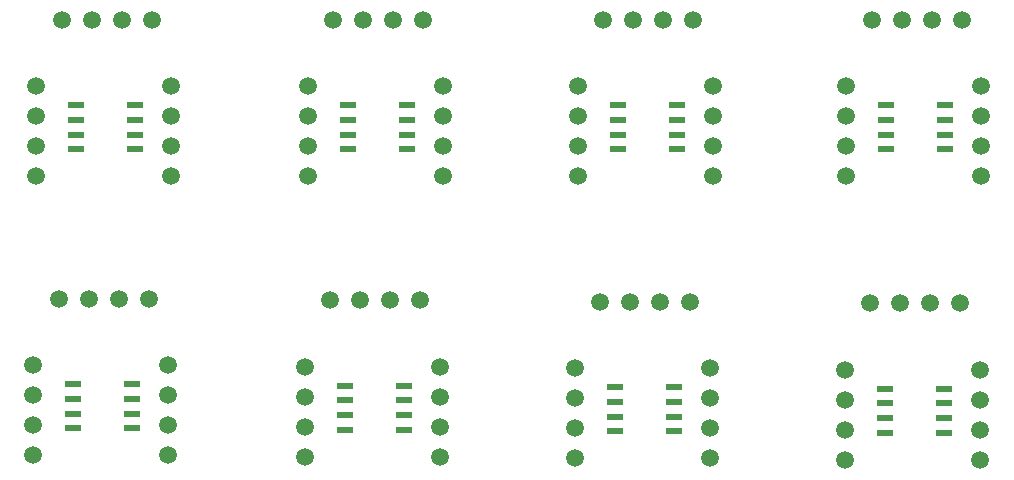
<source format=gbr>
G04 #@! TF.GenerationSoftware,KiCad,Pcbnew,(5.1.4)-1*
G04 #@! TF.CreationDate,2019-12-01T11:28:43-05:00*
G04 #@! TF.ProjectId,bob_ws2811_driver,626f625f-7773-4323-9831-315f64726976,rev?*
G04 #@! TF.SameCoordinates,Original*
G04 #@! TF.FileFunction,Copper,L1,Top*
G04 #@! TF.FilePolarity,Positive*
%FSLAX46Y46*%
G04 Gerber Fmt 4.6, Leading zero omitted, Abs format (unit mm)*
G04 Created by KiCad (PCBNEW (5.1.4)-1) date 2019-12-01 11:28:44*
%MOMM*%
%LPD*%
G04 APERTURE LIST*
%ADD10R,1.400000X0.600000*%
%ADD11C,1.500000*%
G04 APERTURE END LIST*
D10*
X109133000Y-63911000D03*
X109133000Y-65161000D03*
X109133000Y-66411000D03*
X109133000Y-67661000D03*
X114133000Y-67661000D03*
X114133000Y-66411000D03*
X114133000Y-65161000D03*
X114133000Y-63911000D03*
D11*
X115522000Y-56690000D03*
X112982000Y-56690000D03*
X110442000Y-56690000D03*
X107902000Y-56690000D03*
X105743000Y-69929000D03*
X105743000Y-67389000D03*
X105743000Y-64849000D03*
X105743000Y-62309000D03*
X117173000Y-62309000D03*
X117173000Y-64849000D03*
X117173000Y-67389000D03*
X117173000Y-69929000D03*
D10*
X137120000Y-64038000D03*
X137120000Y-65288000D03*
X137120000Y-66538000D03*
X137120000Y-67788000D03*
X132120000Y-67788000D03*
X132120000Y-66538000D03*
X132120000Y-65288000D03*
X132120000Y-64038000D03*
D11*
X130889000Y-56817000D03*
X133429000Y-56817000D03*
X135969000Y-56817000D03*
X138509000Y-56817000D03*
X128730000Y-62436000D03*
X128730000Y-64976000D03*
X128730000Y-67516000D03*
X128730000Y-70056000D03*
X140160000Y-70056000D03*
X140160000Y-67516000D03*
X140160000Y-64976000D03*
X140160000Y-62436000D03*
X161369000Y-56944000D03*
X158829000Y-56944000D03*
X156289000Y-56944000D03*
X153749000Y-56944000D03*
X151590000Y-70183000D03*
X151590000Y-67643000D03*
X151590000Y-65103000D03*
X151590000Y-62563000D03*
X163020000Y-62563000D03*
X163020000Y-65103000D03*
X163020000Y-67643000D03*
X163020000Y-70183000D03*
D10*
X154980000Y-64165000D03*
X154980000Y-65415000D03*
X154980000Y-66665000D03*
X154980000Y-67915000D03*
X159980000Y-67915000D03*
X159980000Y-66665000D03*
X159980000Y-65415000D03*
X159980000Y-64165000D03*
D11*
X185880000Y-70310000D03*
X185880000Y-67770000D03*
X185880000Y-65230000D03*
X185880000Y-62690000D03*
X174450000Y-62690000D03*
X174450000Y-65230000D03*
X174450000Y-67770000D03*
X174450000Y-70310000D03*
X176609000Y-57071000D03*
X179149000Y-57071000D03*
X181689000Y-57071000D03*
X184229000Y-57071000D03*
D10*
X182840000Y-64292000D03*
X182840000Y-65542000D03*
X182840000Y-66792000D03*
X182840000Y-68042000D03*
X177840000Y-68042000D03*
X177840000Y-66792000D03*
X177840000Y-65542000D03*
X177840000Y-64292000D03*
D11*
X186007000Y-38687000D03*
X186007000Y-41227000D03*
X186007000Y-43767000D03*
X186007000Y-46307000D03*
X184356000Y-33068000D03*
X181816000Y-33068000D03*
X179276000Y-33068000D03*
X176736000Y-33068000D03*
X174577000Y-46307000D03*
X174577000Y-43767000D03*
X174577000Y-41227000D03*
X174577000Y-38687000D03*
D10*
X177967000Y-40289000D03*
X177967000Y-41539000D03*
X177967000Y-42789000D03*
X177967000Y-44039000D03*
X182967000Y-44039000D03*
X182967000Y-42789000D03*
X182967000Y-41539000D03*
X182967000Y-40289000D03*
D11*
X154003000Y-33068000D03*
X156543000Y-33068000D03*
X159083000Y-33068000D03*
X161623000Y-33068000D03*
D10*
X160234000Y-40289000D03*
X160234000Y-41539000D03*
X160234000Y-42789000D03*
X160234000Y-44039000D03*
X155234000Y-44039000D03*
X155234000Y-42789000D03*
X155234000Y-41539000D03*
X155234000Y-40289000D03*
D11*
X151844000Y-38687000D03*
X151844000Y-41227000D03*
X151844000Y-43767000D03*
X151844000Y-46307000D03*
X163274000Y-46307000D03*
X163274000Y-43767000D03*
X163274000Y-41227000D03*
X163274000Y-38687000D03*
X128984000Y-46307000D03*
X128984000Y-43767000D03*
X128984000Y-41227000D03*
X128984000Y-38687000D03*
X140414000Y-38687000D03*
X140414000Y-41227000D03*
X140414000Y-43767000D03*
X140414000Y-46307000D03*
D10*
X132374000Y-40289000D03*
X132374000Y-41539000D03*
X132374000Y-42789000D03*
X132374000Y-44039000D03*
X137374000Y-44039000D03*
X137374000Y-42789000D03*
X137374000Y-41539000D03*
X137374000Y-40289000D03*
D11*
X138763000Y-33068000D03*
X136223000Y-33068000D03*
X133683000Y-33068000D03*
X131143000Y-33068000D03*
X117427000Y-46307000D03*
X117427000Y-43767000D03*
X117427000Y-41227000D03*
X117427000Y-38687000D03*
X105997000Y-38687000D03*
X105997000Y-41227000D03*
X105997000Y-43767000D03*
X105997000Y-46307000D03*
D10*
X114387000Y-40289000D03*
X114387000Y-41539000D03*
X114387000Y-42789000D03*
X114387000Y-44039000D03*
X109387000Y-44039000D03*
X109387000Y-42789000D03*
X109387000Y-41539000D03*
X109387000Y-40289000D03*
D11*
X108156000Y-33068000D03*
X110696000Y-33068000D03*
X113236000Y-33068000D03*
X115776000Y-33068000D03*
M02*

</source>
